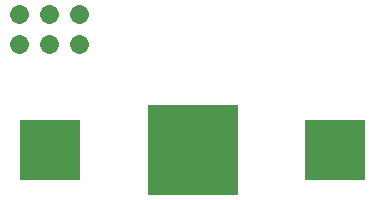
<source format=gbs>
G04 ( created by brdgerber.py ( brdgerber.py v0.1 2014-03-12 ) ) date 2015-06-11 19:44:33 EDT*
G04 Gerber Fmt 3.4, Leading zero omitted, Abs format*
%MOIN*%
%FSLAX34Y34*%
G01*
G70*
G90*
G04 APERTURE LIST*
%ADD14R,0.0550X0.0350*%
%ADD13R,0.0787X0.0177*%
%ADD16R,0.3000X0.3000*%
%ADD11R,0.0350X0.0550*%
%ADD10C,0.0640*%
%ADD17R,0.0800X0.0600*%
%ADD15R,0.2000X0.2000*%
%ADD12R,0.0177X0.0787*%
G04 APERTURE END LIST*
G54D14*
D10*
G01X22700Y-03900D02*
G01X22700Y-03900D01*
D10*
G01X22700Y-02900D02*
G01X22700Y-02900D01*
D10*
G01X21700Y-02900D02*
G01X21700Y-02900D01*
D10*
G01X21700Y-03900D02*
G01X21700Y-03900D01*
D10*
G01X23700Y-03900D02*
G01X23700Y-03900D01*
D10*
G01X23700Y-02900D02*
G01X23700Y-02900D01*
D15*
X22750Y-07450D03*
D15*
X32250Y-07450D03*
D16*
X27500Y-07450D03*
M02*

</source>
